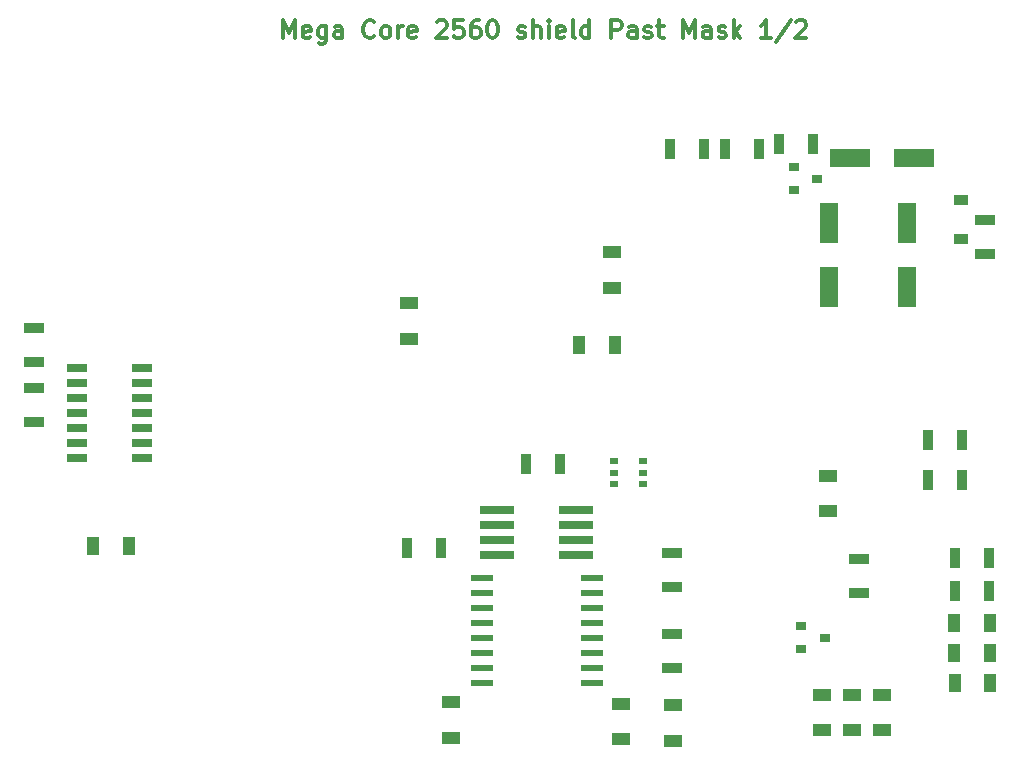
<source format=gbr>
G04 #@! TF.GenerationSoftware,KiCad,Pcbnew,(5.0.2)-1*
G04 #@! TF.CreationDate,2019-08-21T10:27:41+02:00*
G04 #@! TF.ProjectId,Mega_2560 core mini_full_2.2,4d656761-5f32-4353-9630-20636f726520,2.2*
G04 #@! TF.SameCoordinates,Original*
G04 #@! TF.FileFunction,Paste,Top*
G04 #@! TF.FilePolarity,Positive*
%FSLAX46Y46*%
G04 Gerber Fmt 4.6, Leading zero omitted, Abs format (unit mm)*
G04 Created by KiCad (PCBNEW (5.0.2)-1) date 21/08/2019 10:27:41*
%MOMM*%
%LPD*%
G01*
G04 APERTURE LIST*
%ADD10C,0.300000*%
%ADD11R,1.700000X0.900000*%
%ADD12R,0.900000X1.700000*%
%ADD13R,1.200000X0.900000*%
%ADD14R,0.900000X0.800000*%
%ADD15R,1.600000X1.000000*%
%ADD16R,1.000000X1.600000*%
%ADD17R,1.980000X0.530000*%
%ADD18R,3.000000X0.650000*%
%ADD19R,0.800000X0.550000*%
%ADD20R,3.500000X1.600000*%
%ADD21R,1.600000X3.500000*%
%ADD22R,1.800000X0.698500*%
G04 APERTURE END LIST*
D10*
X164425377Y-58113051D02*
X164425377Y-56613051D01*
X164925377Y-57684480D01*
X165425377Y-56613051D01*
X165425377Y-58113051D01*
X166711091Y-58041622D02*
X166568234Y-58113051D01*
X166282519Y-58113051D01*
X166139662Y-58041622D01*
X166068234Y-57898765D01*
X166068234Y-57327337D01*
X166139662Y-57184480D01*
X166282519Y-57113051D01*
X166568234Y-57113051D01*
X166711091Y-57184480D01*
X166782519Y-57327337D01*
X166782519Y-57470194D01*
X166068234Y-57613051D01*
X168068234Y-57113051D02*
X168068234Y-58327337D01*
X167996805Y-58470194D01*
X167925377Y-58541622D01*
X167782519Y-58613051D01*
X167568234Y-58613051D01*
X167425377Y-58541622D01*
X168068234Y-58041622D02*
X167925377Y-58113051D01*
X167639662Y-58113051D01*
X167496805Y-58041622D01*
X167425377Y-57970194D01*
X167353948Y-57827337D01*
X167353948Y-57398765D01*
X167425377Y-57255908D01*
X167496805Y-57184480D01*
X167639662Y-57113051D01*
X167925377Y-57113051D01*
X168068234Y-57184480D01*
X169425377Y-58113051D02*
X169425377Y-57327337D01*
X169353948Y-57184480D01*
X169211091Y-57113051D01*
X168925377Y-57113051D01*
X168782519Y-57184480D01*
X169425377Y-58041622D02*
X169282519Y-58113051D01*
X168925377Y-58113051D01*
X168782519Y-58041622D01*
X168711091Y-57898765D01*
X168711091Y-57755908D01*
X168782519Y-57613051D01*
X168925377Y-57541622D01*
X169282519Y-57541622D01*
X169425377Y-57470194D01*
X172139662Y-57970194D02*
X172068234Y-58041622D01*
X171853948Y-58113051D01*
X171711091Y-58113051D01*
X171496805Y-58041622D01*
X171353948Y-57898765D01*
X171282519Y-57755908D01*
X171211091Y-57470194D01*
X171211091Y-57255908D01*
X171282519Y-56970194D01*
X171353948Y-56827337D01*
X171496805Y-56684480D01*
X171711091Y-56613051D01*
X171853948Y-56613051D01*
X172068234Y-56684480D01*
X172139662Y-56755908D01*
X172996805Y-58113051D02*
X172853948Y-58041622D01*
X172782519Y-57970194D01*
X172711091Y-57827337D01*
X172711091Y-57398765D01*
X172782519Y-57255908D01*
X172853948Y-57184480D01*
X172996805Y-57113051D01*
X173211091Y-57113051D01*
X173353948Y-57184480D01*
X173425377Y-57255908D01*
X173496805Y-57398765D01*
X173496805Y-57827337D01*
X173425377Y-57970194D01*
X173353948Y-58041622D01*
X173211091Y-58113051D01*
X172996805Y-58113051D01*
X174139662Y-58113051D02*
X174139662Y-57113051D01*
X174139662Y-57398765D02*
X174211091Y-57255908D01*
X174282519Y-57184480D01*
X174425377Y-57113051D01*
X174568234Y-57113051D01*
X175639662Y-58041622D02*
X175496805Y-58113051D01*
X175211091Y-58113051D01*
X175068234Y-58041622D01*
X174996805Y-57898765D01*
X174996805Y-57327337D01*
X175068234Y-57184480D01*
X175211091Y-57113051D01*
X175496805Y-57113051D01*
X175639662Y-57184480D01*
X175711091Y-57327337D01*
X175711091Y-57470194D01*
X174996805Y-57613051D01*
X177425377Y-56755908D02*
X177496805Y-56684480D01*
X177639662Y-56613051D01*
X177996805Y-56613051D01*
X178139662Y-56684480D01*
X178211091Y-56755908D01*
X178282519Y-56898765D01*
X178282519Y-57041622D01*
X178211091Y-57255908D01*
X177353948Y-58113051D01*
X178282519Y-58113051D01*
X179639662Y-56613051D02*
X178925377Y-56613051D01*
X178853948Y-57327337D01*
X178925377Y-57255908D01*
X179068234Y-57184480D01*
X179425377Y-57184480D01*
X179568234Y-57255908D01*
X179639662Y-57327337D01*
X179711091Y-57470194D01*
X179711091Y-57827337D01*
X179639662Y-57970194D01*
X179568234Y-58041622D01*
X179425377Y-58113051D01*
X179068234Y-58113051D01*
X178925377Y-58041622D01*
X178853948Y-57970194D01*
X180996805Y-56613051D02*
X180711091Y-56613051D01*
X180568234Y-56684480D01*
X180496805Y-56755908D01*
X180353948Y-56970194D01*
X180282519Y-57255908D01*
X180282519Y-57827337D01*
X180353948Y-57970194D01*
X180425377Y-58041622D01*
X180568234Y-58113051D01*
X180853948Y-58113051D01*
X180996805Y-58041622D01*
X181068234Y-57970194D01*
X181139662Y-57827337D01*
X181139662Y-57470194D01*
X181068234Y-57327337D01*
X180996805Y-57255908D01*
X180853948Y-57184480D01*
X180568234Y-57184480D01*
X180425377Y-57255908D01*
X180353948Y-57327337D01*
X180282519Y-57470194D01*
X182068234Y-56613051D02*
X182211091Y-56613051D01*
X182353948Y-56684480D01*
X182425377Y-56755908D01*
X182496805Y-56898765D01*
X182568234Y-57184480D01*
X182568234Y-57541622D01*
X182496805Y-57827337D01*
X182425377Y-57970194D01*
X182353948Y-58041622D01*
X182211091Y-58113051D01*
X182068234Y-58113051D01*
X181925377Y-58041622D01*
X181853948Y-57970194D01*
X181782520Y-57827337D01*
X181711091Y-57541622D01*
X181711091Y-57184480D01*
X181782520Y-56898765D01*
X181853948Y-56755908D01*
X181925377Y-56684480D01*
X182068234Y-56613051D01*
X184282520Y-58041622D02*
X184425377Y-58113051D01*
X184711091Y-58113051D01*
X184853948Y-58041622D01*
X184925377Y-57898765D01*
X184925377Y-57827337D01*
X184853948Y-57684480D01*
X184711091Y-57613051D01*
X184496805Y-57613051D01*
X184353948Y-57541622D01*
X184282520Y-57398765D01*
X184282520Y-57327337D01*
X184353948Y-57184480D01*
X184496805Y-57113051D01*
X184711091Y-57113051D01*
X184853948Y-57184480D01*
X185568234Y-58113051D02*
X185568234Y-56613051D01*
X186211091Y-58113051D02*
X186211091Y-57327337D01*
X186139662Y-57184480D01*
X185996805Y-57113051D01*
X185782519Y-57113051D01*
X185639662Y-57184480D01*
X185568234Y-57255908D01*
X186925377Y-58113051D02*
X186925377Y-57113051D01*
X186925377Y-56613051D02*
X186853948Y-56684480D01*
X186925377Y-56755908D01*
X186996805Y-56684480D01*
X186925377Y-56613051D01*
X186925377Y-56755908D01*
X188211091Y-58041622D02*
X188068234Y-58113051D01*
X187782519Y-58113051D01*
X187639662Y-58041622D01*
X187568234Y-57898765D01*
X187568234Y-57327337D01*
X187639662Y-57184480D01*
X187782519Y-57113051D01*
X188068234Y-57113051D01*
X188211091Y-57184480D01*
X188282519Y-57327337D01*
X188282519Y-57470194D01*
X187568234Y-57613051D01*
X189139662Y-58113051D02*
X188996805Y-58041622D01*
X188925377Y-57898765D01*
X188925377Y-56613051D01*
X190353948Y-58113051D02*
X190353948Y-56613051D01*
X190353948Y-58041622D02*
X190211091Y-58113051D01*
X189925377Y-58113051D01*
X189782520Y-58041622D01*
X189711091Y-57970194D01*
X189639662Y-57827337D01*
X189639662Y-57398765D01*
X189711091Y-57255908D01*
X189782520Y-57184480D01*
X189925377Y-57113051D01*
X190211091Y-57113051D01*
X190353948Y-57184480D01*
X192211091Y-58113051D02*
X192211091Y-56613051D01*
X192782520Y-56613051D01*
X192925377Y-56684480D01*
X192996805Y-56755908D01*
X193068234Y-56898765D01*
X193068234Y-57113051D01*
X192996805Y-57255908D01*
X192925377Y-57327337D01*
X192782520Y-57398765D01*
X192211091Y-57398765D01*
X194353948Y-58113051D02*
X194353948Y-57327337D01*
X194282520Y-57184480D01*
X194139662Y-57113051D01*
X193853948Y-57113051D01*
X193711091Y-57184480D01*
X194353948Y-58041622D02*
X194211091Y-58113051D01*
X193853948Y-58113051D01*
X193711091Y-58041622D01*
X193639662Y-57898765D01*
X193639662Y-57755908D01*
X193711091Y-57613051D01*
X193853948Y-57541622D01*
X194211091Y-57541622D01*
X194353948Y-57470194D01*
X194996805Y-58041622D02*
X195139662Y-58113051D01*
X195425377Y-58113051D01*
X195568234Y-58041622D01*
X195639662Y-57898765D01*
X195639662Y-57827337D01*
X195568234Y-57684480D01*
X195425377Y-57613051D01*
X195211091Y-57613051D01*
X195068234Y-57541622D01*
X194996805Y-57398765D01*
X194996805Y-57327337D01*
X195068234Y-57184480D01*
X195211091Y-57113051D01*
X195425377Y-57113051D01*
X195568234Y-57184480D01*
X196068234Y-57113051D02*
X196639662Y-57113051D01*
X196282520Y-56613051D02*
X196282520Y-57898765D01*
X196353948Y-58041622D01*
X196496805Y-58113051D01*
X196639662Y-58113051D01*
X198282520Y-58113051D02*
X198282520Y-56613051D01*
X198782520Y-57684480D01*
X199282520Y-56613051D01*
X199282520Y-58113051D01*
X200639662Y-58113051D02*
X200639662Y-57327337D01*
X200568234Y-57184480D01*
X200425377Y-57113051D01*
X200139662Y-57113051D01*
X199996805Y-57184480D01*
X200639662Y-58041622D02*
X200496805Y-58113051D01*
X200139662Y-58113051D01*
X199996805Y-58041622D01*
X199925377Y-57898765D01*
X199925377Y-57755908D01*
X199996805Y-57613051D01*
X200139662Y-57541622D01*
X200496805Y-57541622D01*
X200639662Y-57470194D01*
X201282520Y-58041622D02*
X201425377Y-58113051D01*
X201711091Y-58113051D01*
X201853948Y-58041622D01*
X201925377Y-57898765D01*
X201925377Y-57827337D01*
X201853948Y-57684480D01*
X201711091Y-57613051D01*
X201496805Y-57613051D01*
X201353948Y-57541622D01*
X201282520Y-57398765D01*
X201282520Y-57327337D01*
X201353948Y-57184480D01*
X201496805Y-57113051D01*
X201711091Y-57113051D01*
X201853948Y-57184480D01*
X202568234Y-58113051D02*
X202568234Y-56613051D01*
X202711091Y-57541622D02*
X203139662Y-58113051D01*
X203139662Y-57113051D02*
X202568234Y-57684480D01*
X205711091Y-58113051D02*
X204853948Y-58113051D01*
X205282520Y-58113051D02*
X205282520Y-56613051D01*
X205139662Y-56827337D01*
X204996805Y-56970194D01*
X204853948Y-57041622D01*
X207425377Y-56541622D02*
X206139662Y-58470194D01*
X207853948Y-56755908D02*
X207925377Y-56684480D01*
X208068234Y-56613051D01*
X208425377Y-56613051D01*
X208568234Y-56684480D01*
X208639662Y-56755908D01*
X208711091Y-56898765D01*
X208711091Y-57041622D01*
X208639662Y-57255908D01*
X207782520Y-58113051D01*
X208711091Y-58113051D01*
D11*
G04 #@! TO.C,R21*
X223870520Y-73510480D03*
X223870520Y-76410480D03*
G04 #@! TD*
D12*
G04 #@! TO.C,R22*
X206418520Y-67086480D03*
X209318520Y-67086480D03*
G04 #@! TD*
D13*
G04 #@! TO.C,D4*
X221838520Y-71786480D03*
X221838520Y-75086480D03*
G04 #@! TD*
D14*
G04 #@! TO.C,Q2*
X208265520Y-107919480D03*
X208265520Y-109819480D03*
X210265520Y-108869480D03*
G04 #@! TD*
D12*
G04 #@! TO.C,R19*
X221891520Y-92105480D03*
X218991520Y-92105480D03*
G04 #@! TD*
G04 #@! TO.C,R7*
X221891520Y-95534480D03*
X218991520Y-95534480D03*
G04 #@! TD*
D15*
G04 #@! TO.C,C1*
X210535520Y-98177480D03*
X210535520Y-95177480D03*
G04 #@! TD*
D12*
G04 #@! TO.C,R42*
X197147520Y-67467480D03*
X200047520Y-67467480D03*
G04 #@! TD*
D16*
G04 #@! TO.C,C33*
X224227520Y-110139480D03*
X221227520Y-110139480D03*
G04 #@! TD*
G04 #@! TO.C,C34*
X224227520Y-107599480D03*
X221227520Y-107599480D03*
G04 #@! TD*
D12*
G04 #@! TO.C,R39*
X221277520Y-104932480D03*
X224177520Y-104932480D03*
G04 #@! TD*
G04 #@! TO.C,R40*
X221277520Y-102138480D03*
X224177520Y-102138480D03*
G04 #@! TD*
D15*
G04 #@! TO.C,C29*
X215107520Y-116719480D03*
X215107520Y-113719480D03*
G04 #@! TD*
G04 #@! TO.C,C27*
X212567520Y-116719480D03*
X212567520Y-113719480D03*
G04 #@! TD*
G04 #@! TO.C,C26*
X210027520Y-116719480D03*
X210027520Y-113719480D03*
G04 #@! TD*
D11*
G04 #@! TO.C,R6*
X213202520Y-105112480D03*
X213202520Y-102212480D03*
G04 #@! TD*
D12*
G04 #@! TO.C,R1*
X201846520Y-67467480D03*
X204746520Y-67467480D03*
G04 #@! TD*
D15*
G04 #@! TO.C,C15*
X197454520Y-114608480D03*
X197454520Y-117608480D03*
G04 #@! TD*
G04 #@! TO.C,C21*
X193009520Y-117481480D03*
X193009520Y-114481480D03*
G04 #@! TD*
G04 #@! TO.C,C20*
X178658520Y-117354480D03*
X178658520Y-114354480D03*
G04 #@! TD*
D17*
G04 #@! TO.C,U8*
X181212520Y-103789480D03*
X181212520Y-105059480D03*
X181212520Y-106329480D03*
X181212520Y-107599480D03*
X181212520Y-108869480D03*
X181212520Y-110139480D03*
X181212520Y-111409480D03*
X181212520Y-112679480D03*
X190582520Y-112679480D03*
X190582520Y-111409480D03*
X190582520Y-110139480D03*
X190582520Y-108869480D03*
X190582520Y-107599480D03*
X190582520Y-106329480D03*
X190582520Y-105059480D03*
X190582520Y-103789480D03*
G04 #@! TD*
D11*
G04 #@! TO.C,R9*
X197327520Y-111462480D03*
X197327520Y-108562480D03*
G04 #@! TD*
G04 #@! TO.C,R8*
X197327520Y-104604480D03*
X197327520Y-101704480D03*
G04 #@! TD*
D12*
G04 #@! TO.C,R3*
X177822520Y-101249480D03*
X174922520Y-101249480D03*
G04 #@! TD*
D18*
G04 #@! TO.C,U7*
X189247520Y-98074480D03*
X189247520Y-99344480D03*
X189247520Y-100614480D03*
X189247520Y-101884480D03*
X182547520Y-101884480D03*
X182547520Y-100614480D03*
X182547520Y-99344480D03*
X182547520Y-98074480D03*
G04 #@! TD*
D19*
G04 #@! TO.C,U1*
X192444520Y-93949480D03*
X192444520Y-94899480D03*
X192444520Y-95849480D03*
X194844520Y-95849480D03*
X194844520Y-94899480D03*
X194844520Y-93949480D03*
G04 #@! TD*
D12*
G04 #@! TO.C,R4*
X187855520Y-94137480D03*
X184955520Y-94137480D03*
G04 #@! TD*
D11*
G04 #@! TO.C,R25*
X143352520Y-85554480D03*
X143352520Y-82654480D03*
G04 #@! TD*
G04 #@! TO.C,R24*
X143352520Y-90634480D03*
X143352520Y-87734480D03*
G04 #@! TD*
D16*
G04 #@! TO.C,C14*
X151329520Y-101122480D03*
X148329520Y-101122480D03*
G04 #@! TD*
D15*
G04 #@! TO.C,C18*
X175102520Y-83572480D03*
X175102520Y-80572480D03*
G04 #@! TD*
D16*
G04 #@! TO.C,C3*
X192477520Y-84104480D03*
X189477520Y-84104480D03*
G04 #@! TD*
D20*
G04 #@! TO.C,C28*
X212407520Y-68229480D03*
X217807520Y-68229480D03*
G04 #@! TD*
D15*
G04 #@! TO.C,C6*
X192247520Y-79254480D03*
X192247520Y-76254480D03*
G04 #@! TD*
D21*
G04 #@! TO.C,C7*
X217266520Y-79184480D03*
X217266520Y-73784480D03*
G04 #@! TD*
G04 #@! TO.C,C8*
X210662520Y-73784480D03*
X210662520Y-79184480D03*
G04 #@! TD*
D22*
G04 #@! TO.C,U6*
X146954240Y-86012020D03*
X146954240Y-87282020D03*
X146954240Y-88552020D03*
X146954240Y-89819480D03*
X146954240Y-91086940D03*
X146954240Y-92356940D03*
X146954240Y-93626940D03*
X152450800Y-93626940D03*
X152450800Y-92356940D03*
X152450800Y-91086940D03*
X152450800Y-89819480D03*
X152450800Y-88552020D03*
X152450800Y-87282020D03*
X152450800Y-86012020D03*
G04 #@! TD*
D14*
G04 #@! TO.C,Q3*
X207630520Y-69057480D03*
X207630520Y-70957480D03*
X209630520Y-70007480D03*
G04 #@! TD*
D16*
G04 #@! TO.C,C32*
X224267020Y-112679480D03*
X221267020Y-112679480D03*
G04 #@! TD*
M02*

</source>
